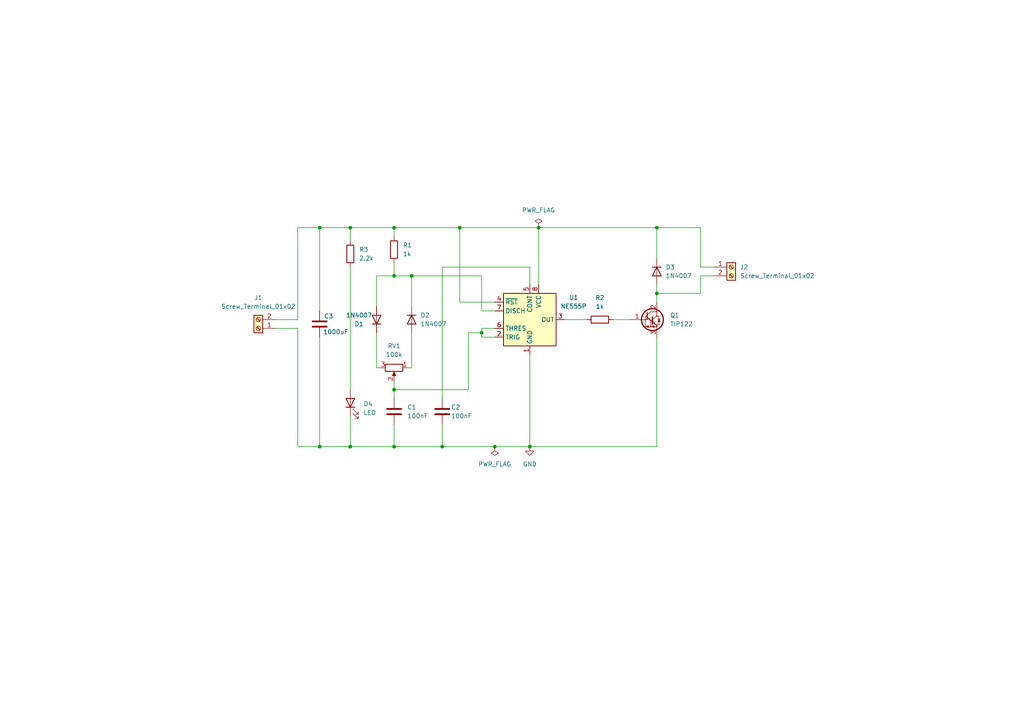
<source format=kicad_sch>
(kicad_sch
	(version 20250114)
	(generator "eeschema")
	(generator_version "9.0")
	(uuid "2f101457-84b2-48bf-a812-d741f3bc4629")
	(paper "A4")
	(title_block
		(title "DC Motor Speed Controller")
		(date "2025-03-24")
	)
	(lib_symbols
		(symbol "Connector:Screw_Terminal_01x02"
			(pin_names
				(offset 1.016)
				(hide yes)
			)
			(exclude_from_sim no)
			(in_bom yes)
			(on_board yes)
			(property "Reference" "J"
				(at 0 2.54 0)
				(effects
					(font
						(size 1.27 1.27)
					)
				)
			)
			(property "Value" "Screw_Terminal_01x02"
				(at 0 -5.08 0)
				(effects
					(font
						(size 1.27 1.27)
					)
				)
			)
			(property "Footprint" ""
				(at 0 0 0)
				(effects
					(font
						(size 1.27 1.27)
					)
					(hide yes)
				)
			)
			(property "Datasheet" "~"
				(at 0 0 0)
				(effects
					(font
						(size 1.27 1.27)
					)
					(hide yes)
				)
			)
			(property "Description" "Generic screw terminal, single row, 01x02, script generated (kicad-library-utils/schlib/autogen/connector/)"
				(at 0 0 0)
				(effects
					(font
						(size 1.27 1.27)
					)
					(hide yes)
				)
			)
			(property "ki_keywords" "screw terminal"
				(at 0 0 0)
				(effects
					(font
						(size 1.27 1.27)
					)
					(hide yes)
				)
			)
			(property "ki_fp_filters" "TerminalBlock*:*"
				(at 0 0 0)
				(effects
					(font
						(size 1.27 1.27)
					)
					(hide yes)
				)
			)
			(symbol "Screw_Terminal_01x02_1_1"
				(rectangle
					(start -1.27 1.27)
					(end 1.27 -3.81)
					(stroke
						(width 0.254)
						(type default)
					)
					(fill
						(type background)
					)
				)
				(polyline
					(pts
						(xy -0.5334 0.3302) (xy 0.3302 -0.508)
					)
					(stroke
						(width 0.1524)
						(type default)
					)
					(fill
						(type none)
					)
				)
				(polyline
					(pts
						(xy -0.5334 -2.2098) (xy 0.3302 -3.048)
					)
					(stroke
						(width 0.1524)
						(type default)
					)
					(fill
						(type none)
					)
				)
				(polyline
					(pts
						(xy -0.3556 0.508) (xy 0.508 -0.3302)
					)
					(stroke
						(width 0.1524)
						(type default)
					)
					(fill
						(type none)
					)
				)
				(polyline
					(pts
						(xy -0.3556 -2.032) (xy 0.508 -2.8702)
					)
					(stroke
						(width 0.1524)
						(type default)
					)
					(fill
						(type none)
					)
				)
				(circle
					(center 0 0)
					(radius 0.635)
					(stroke
						(width 0.1524)
						(type default)
					)
					(fill
						(type none)
					)
				)
				(circle
					(center 0 -2.54)
					(radius 0.635)
					(stroke
						(width 0.1524)
						(type default)
					)
					(fill
						(type none)
					)
				)
				(pin passive line
					(at -5.08 0 0)
					(length 3.81)
					(name "Pin_1"
						(effects
							(font
								(size 1.27 1.27)
							)
						)
					)
					(number "1"
						(effects
							(font
								(size 1.27 1.27)
							)
						)
					)
				)
				(pin passive line
					(at -5.08 -2.54 0)
					(length 3.81)
					(name "Pin_2"
						(effects
							(font
								(size 1.27 1.27)
							)
						)
					)
					(number "2"
						(effects
							(font
								(size 1.27 1.27)
							)
						)
					)
				)
			)
			(embedded_fonts no)
		)
		(symbol "Device:C"
			(pin_numbers
				(hide yes)
			)
			(pin_names
				(offset 0.254)
			)
			(exclude_from_sim no)
			(in_bom yes)
			(on_board yes)
			(property "Reference" "C"
				(at 0.635 2.54 0)
				(effects
					(font
						(size 1.27 1.27)
					)
					(justify left)
				)
			)
			(property "Value" "C"
				(at 0.635 -2.54 0)
				(effects
					(font
						(size 1.27 1.27)
					)
					(justify left)
				)
			)
			(property "Footprint" ""
				(at 0.9652 -3.81 0)
				(effects
					(font
						(size 1.27 1.27)
					)
					(hide yes)
				)
			)
			(property "Datasheet" "~"
				(at 0 0 0)
				(effects
					(font
						(size 1.27 1.27)
					)
					(hide yes)
				)
			)
			(property "Description" "Unpolarized capacitor"
				(at 0 0 0)
				(effects
					(font
						(size 1.27 1.27)
					)
					(hide yes)
				)
			)
			(property "ki_keywords" "cap capacitor"
				(at 0 0 0)
				(effects
					(font
						(size 1.27 1.27)
					)
					(hide yes)
				)
			)
			(property "ki_fp_filters" "C_*"
				(at 0 0 0)
				(effects
					(font
						(size 1.27 1.27)
					)
					(hide yes)
				)
			)
			(symbol "C_0_1"
				(polyline
					(pts
						(xy -2.032 0.762) (xy 2.032 0.762)
					)
					(stroke
						(width 0.508)
						(type default)
					)
					(fill
						(type none)
					)
				)
				(polyline
					(pts
						(xy -2.032 -0.762) (xy 2.032 -0.762)
					)
					(stroke
						(width 0.508)
						(type default)
					)
					(fill
						(type none)
					)
				)
			)
			(symbol "C_1_1"
				(pin passive line
					(at 0 3.81 270)
					(length 2.794)
					(name "~"
						(effects
							(font
								(size 1.27 1.27)
							)
						)
					)
					(number "1"
						(effects
							(font
								(size 1.27 1.27)
							)
						)
					)
				)
				(pin passive line
					(at 0 -3.81 90)
					(length 2.794)
					(name "~"
						(effects
							(font
								(size 1.27 1.27)
							)
						)
					)
					(number "2"
						(effects
							(font
								(size 1.27 1.27)
							)
						)
					)
				)
			)
			(embedded_fonts no)
		)
		(symbol "Device:LED"
			(pin_numbers
				(hide yes)
			)
			(pin_names
				(offset 1.016)
				(hide yes)
			)
			(exclude_from_sim no)
			(in_bom yes)
			(on_board yes)
			(property "Reference" "D"
				(at 0 2.54 0)
				(effects
					(font
						(size 1.27 1.27)
					)
				)
			)
			(property "Value" "LED"
				(at 0 -2.54 0)
				(effects
					(font
						(size 1.27 1.27)
					)
				)
			)
			(property "Footprint" ""
				(at 0 0 0)
				(effects
					(font
						(size 1.27 1.27)
					)
					(hide yes)
				)
			)
			(property "Datasheet" "~"
				(at 0 0 0)
				(effects
					(font
						(size 1.27 1.27)
					)
					(hide yes)
				)
			)
			(property "Description" "Light emitting diode"
				(at 0 0 0)
				(effects
					(font
						(size 1.27 1.27)
					)
					(hide yes)
				)
			)
			(property "Sim.Pins" "1=K 2=A"
				(at 0 0 0)
				(effects
					(font
						(size 1.27 1.27)
					)
					(hide yes)
				)
			)
			(property "ki_keywords" "LED diode"
				(at 0 0 0)
				(effects
					(font
						(size 1.27 1.27)
					)
					(hide yes)
				)
			)
			(property "ki_fp_filters" "LED* LED_SMD:* LED_THT:*"
				(at 0 0 0)
				(effects
					(font
						(size 1.27 1.27)
					)
					(hide yes)
				)
			)
			(symbol "LED_0_1"
				(polyline
					(pts
						(xy -3.048 -0.762) (xy -4.572 -2.286) (xy -3.81 -2.286) (xy -4.572 -2.286) (xy -4.572 -1.524)
					)
					(stroke
						(width 0)
						(type default)
					)
					(fill
						(type none)
					)
				)
				(polyline
					(pts
						(xy -1.778 -0.762) (xy -3.302 -2.286) (xy -2.54 -2.286) (xy -3.302 -2.286) (xy -3.302 -1.524)
					)
					(stroke
						(width 0)
						(type default)
					)
					(fill
						(type none)
					)
				)
				(polyline
					(pts
						(xy -1.27 0) (xy 1.27 0)
					)
					(stroke
						(width 0)
						(type default)
					)
					(fill
						(type none)
					)
				)
				(polyline
					(pts
						(xy -1.27 -1.27) (xy -1.27 1.27)
					)
					(stroke
						(width 0.254)
						(type default)
					)
					(fill
						(type none)
					)
				)
				(polyline
					(pts
						(xy 1.27 -1.27) (xy 1.27 1.27) (xy -1.27 0) (xy 1.27 -1.27)
					)
					(stroke
						(width 0.254)
						(type default)
					)
					(fill
						(type none)
					)
				)
			)
			(symbol "LED_1_1"
				(pin passive line
					(at -3.81 0 0)
					(length 2.54)
					(name "K"
						(effects
							(font
								(size 1.27 1.27)
							)
						)
					)
					(number "1"
						(effects
							(font
								(size 1.27 1.27)
							)
						)
					)
				)
				(pin passive line
					(at 3.81 0 180)
					(length 2.54)
					(name "A"
						(effects
							(font
								(size 1.27 1.27)
							)
						)
					)
					(number "2"
						(effects
							(font
								(size 1.27 1.27)
							)
						)
					)
				)
			)
			(embedded_fonts no)
		)
		(symbol "Device:R"
			(pin_numbers
				(hide yes)
			)
			(pin_names
				(offset 0)
			)
			(exclude_from_sim no)
			(in_bom yes)
			(on_board yes)
			(property "Reference" "R"
				(at 2.032 0 90)
				(effects
					(font
						(size 1.27 1.27)
					)
				)
			)
			(property "Value" "R"
				(at 0 0 90)
				(effects
					(font
						(size 1.27 1.27)
					)
				)
			)
			(property "Footprint" ""
				(at -1.778 0 90)
				(effects
					(font
						(size 1.27 1.27)
					)
					(hide yes)
				)
			)
			(property "Datasheet" "~"
				(at 0 0 0)
				(effects
					(font
						(size 1.27 1.27)
					)
					(hide yes)
				)
			)
			(property "Description" "Resistor"
				(at 0 0 0)
				(effects
					(font
						(size 1.27 1.27)
					)
					(hide yes)
				)
			)
			(property "ki_keywords" "R res resistor"
				(at 0 0 0)
				(effects
					(font
						(size 1.27 1.27)
					)
					(hide yes)
				)
			)
			(property "ki_fp_filters" "R_*"
				(at 0 0 0)
				(effects
					(font
						(size 1.27 1.27)
					)
					(hide yes)
				)
			)
			(symbol "R_0_1"
				(rectangle
					(start -1.016 -2.54)
					(end 1.016 2.54)
					(stroke
						(width 0.254)
						(type default)
					)
					(fill
						(type none)
					)
				)
			)
			(symbol "R_1_1"
				(pin passive line
					(at 0 3.81 270)
					(length 1.27)
					(name "~"
						(effects
							(font
								(size 1.27 1.27)
							)
						)
					)
					(number "1"
						(effects
							(font
								(size 1.27 1.27)
							)
						)
					)
				)
				(pin passive line
					(at 0 -3.81 90)
					(length 1.27)
					(name "~"
						(effects
							(font
								(size 1.27 1.27)
							)
						)
					)
					(number "2"
						(effects
							(font
								(size 1.27 1.27)
							)
						)
					)
				)
			)
			(embedded_fonts no)
		)
		(symbol "Device:R_Potentiometer"
			(pin_names
				(offset 1.016)
				(hide yes)
			)
			(exclude_from_sim no)
			(in_bom yes)
			(on_board yes)
			(property "Reference" "RV"
				(at -4.445 0 90)
				(effects
					(font
						(size 1.27 1.27)
					)
				)
			)
			(property "Value" "R_Potentiometer"
				(at -2.54 0 90)
				(effects
					(font
						(size 1.27 1.27)
					)
				)
			)
			(property "Footprint" ""
				(at 0 0 0)
				(effects
					(font
						(size 1.27 1.27)
					)
					(hide yes)
				)
			)
			(property "Datasheet" "~"
				(at 0 0 0)
				(effects
					(font
						(size 1.27 1.27)
					)
					(hide yes)
				)
			)
			(property "Description" "Potentiometer"
				(at 0 0 0)
				(effects
					(font
						(size 1.27 1.27)
					)
					(hide yes)
				)
			)
			(property "ki_keywords" "resistor variable"
				(at 0 0 0)
				(effects
					(font
						(size 1.27 1.27)
					)
					(hide yes)
				)
			)
			(property "ki_fp_filters" "Potentiometer*"
				(at 0 0 0)
				(effects
					(font
						(size 1.27 1.27)
					)
					(hide yes)
				)
			)
			(symbol "R_Potentiometer_0_1"
				(rectangle
					(start 1.016 2.54)
					(end -1.016 -2.54)
					(stroke
						(width 0.254)
						(type default)
					)
					(fill
						(type none)
					)
				)
				(polyline
					(pts
						(xy 1.143 0) (xy 2.286 0.508) (xy 2.286 -0.508) (xy 1.143 0)
					)
					(stroke
						(width 0)
						(type default)
					)
					(fill
						(type outline)
					)
				)
				(polyline
					(pts
						(xy 2.54 0) (xy 1.524 0)
					)
					(stroke
						(width 0)
						(type default)
					)
					(fill
						(type none)
					)
				)
			)
			(symbol "R_Potentiometer_1_1"
				(pin passive line
					(at 0 3.81 270)
					(length 1.27)
					(name "1"
						(effects
							(font
								(size 1.27 1.27)
							)
						)
					)
					(number "1"
						(effects
							(font
								(size 1.27 1.27)
							)
						)
					)
				)
				(pin passive line
					(at 0 -3.81 90)
					(length 1.27)
					(name "3"
						(effects
							(font
								(size 1.27 1.27)
							)
						)
					)
					(number "3"
						(effects
							(font
								(size 1.27 1.27)
							)
						)
					)
				)
				(pin passive line
					(at 3.81 0 180)
					(length 1.27)
					(name "2"
						(effects
							(font
								(size 1.27 1.27)
							)
						)
					)
					(number "2"
						(effects
							(font
								(size 1.27 1.27)
							)
						)
					)
				)
			)
			(embedded_fonts no)
		)
		(symbol "Diode:1N4007"
			(pin_numbers
				(hide yes)
			)
			(pin_names
				(hide yes)
			)
			(exclude_from_sim no)
			(in_bom yes)
			(on_board yes)
			(property "Reference" "D"
				(at 0 2.54 0)
				(effects
					(font
						(size 1.27 1.27)
					)
				)
			)
			(property "Value" "1N4007"
				(at 0 -2.54 0)
				(effects
					(font
						(size 1.27 1.27)
					)
				)
			)
			(property "Footprint" "Diode_THT:D_DO-41_SOD81_P10.16mm_Horizontal"
				(at 0 -4.445 0)
				(effects
					(font
						(size 1.27 1.27)
					)
					(hide yes)
				)
			)
			(property "Datasheet" "http://www.vishay.com/docs/88503/1n4001.pdf"
				(at 0 0 0)
				(effects
					(font
						(size 1.27 1.27)
					)
					(hide yes)
				)
			)
			(property "Description" "1000V 1A General Purpose Rectifier Diode, DO-41"
				(at 0 0 0)
				(effects
					(font
						(size 1.27 1.27)
					)
					(hide yes)
				)
			)
			(property "Sim.Device" "D"
				(at 0 0 0)
				(effects
					(font
						(size 1.27 1.27)
					)
					(hide yes)
				)
			)
			(property "Sim.Pins" "1=K 2=A"
				(at 0 0 0)
				(effects
					(font
						(size 1.27 1.27)
					)
					(hide yes)
				)
			)
			(property "ki_keywords" "diode"
				(at 0 0 0)
				(effects
					(font
						(size 1.27 1.27)
					)
					(hide yes)
				)
			)
			(property "ki_fp_filters" "D*DO?41*"
				(at 0 0 0)
				(effects
					(font
						(size 1.27 1.27)
					)
					(hide yes)
				)
			)
			(symbol "1N4007_0_1"
				(polyline
					(pts
						(xy -1.27 1.27) (xy -1.27 -1.27)
					)
					(stroke
						(width 0.254)
						(type default)
					)
					(fill
						(type none)
					)
				)
				(polyline
					(pts
						(xy 1.27 1.27) (xy 1.27 -1.27) (xy -1.27 0) (xy 1.27 1.27)
					)
					(stroke
						(width 0.254)
						(type default)
					)
					(fill
						(type none)
					)
				)
				(polyline
					(pts
						(xy 1.27 0) (xy -1.27 0)
					)
					(stroke
						(width 0)
						(type default)
					)
					(fill
						(type none)
					)
				)
			)
			(symbol "1N4007_1_1"
				(pin passive line
					(at -3.81 0 0)
					(length 2.54)
					(name "K"
						(effects
							(font
								(size 1.27 1.27)
							)
						)
					)
					(number "1"
						(effects
							(font
								(size 1.27 1.27)
							)
						)
					)
				)
				(pin passive line
					(at 3.81 0 180)
					(length 2.54)
					(name "A"
						(effects
							(font
								(size 1.27 1.27)
							)
						)
					)
					(number "2"
						(effects
							(font
								(size 1.27 1.27)
							)
						)
					)
				)
			)
			(embedded_fonts no)
		)
		(symbol "Timer:NE555P"
			(exclude_from_sim no)
			(in_bom yes)
			(on_board yes)
			(property "Reference" "U"
				(at -10.16 8.89 0)
				(effects
					(font
						(size 1.27 1.27)
					)
					(justify left)
				)
			)
			(property "Value" "NE555P"
				(at 2.54 8.89 0)
				(effects
					(font
						(size 1.27 1.27)
					)
					(justify left)
				)
			)
			(property "Footprint" "Package_DIP:DIP-8_W7.62mm"
				(at 0 -24.13 0)
				(effects
					(font
						(size 1.27 1.27)
					)
					(hide yes)
				)
			)
			(property "Datasheet" "http://www.ti.com/lit/ds/symlink/ne555.pdf"
				(at 0 -26.67 0)
				(effects
					(font
						(size 1.27 1.27)
					)
					(hide yes)
				)
			)
			(property "Description" "Precision Timers, 555 compatible, PDIP-8"
				(at 0 -21.59 0)
				(effects
					(font
						(size 1.27 1.27)
					)
					(hide yes)
				)
			)
			(property "ki_keywords" "single timer 555"
				(at 0 0 0)
				(effects
					(font
						(size 1.27 1.27)
					)
					(hide yes)
				)
			)
			(property "ki_fp_filters" "DIP*W7.62mm*"
				(at 0 0 0)
				(effects
					(font
						(size 1.27 1.27)
					)
					(hide yes)
				)
			)
			(symbol "NE555P_0_0"
				(pin power_in line
					(at 0 -10.16 90)
					(length 2.54)
					(name "GND"
						(effects
							(font
								(size 1.27 1.27)
							)
						)
					)
					(number "1"
						(effects
							(font
								(size 1.27 1.27)
							)
						)
					)
				)
				(pin power_in line
					(at 2.54 10.16 270)
					(length 2.54)
					(name "VCC"
						(effects
							(font
								(size 1.27 1.27)
							)
						)
					)
					(number "8"
						(effects
							(font
								(size 1.27 1.27)
							)
						)
					)
				)
			)
			(symbol "NE555P_0_1"
				(rectangle
					(start -7.62 7.62)
					(end 7.62 -7.62)
					(stroke
						(width 0.254)
						(type default)
					)
					(fill
						(type background)
					)
				)
			)
			(symbol "NE555P_1_1"
				(pin input line
					(at -10.16 5.08 0)
					(length 2.54)
					(name "~{RST}"
						(effects
							(font
								(size 1.27 1.27)
							)
						)
					)
					(number "4"
						(effects
							(font
								(size 1.27 1.27)
							)
						)
					)
				)
				(pin input line
					(at -10.16 2.54 0)
					(length 2.54)
					(name "DISCH"
						(effects
							(font
								(size 1.27 1.27)
							)
						)
					)
					(number "7"
						(effects
							(font
								(size 1.27 1.27)
							)
						)
					)
				)
				(pin input line
					(at -10.16 -2.54 0)
					(length 2.54)
					(name "THRES"
						(effects
							(font
								(size 1.27 1.27)
							)
						)
					)
					(number "6"
						(effects
							(font
								(size 1.27 1.27)
							)
						)
					)
				)
				(pin input line
					(at -10.16 -5.08 0)
					(length 2.54)
					(name "TRIG"
						(effects
							(font
								(size 1.27 1.27)
							)
						)
					)
					(number "2"
						(effects
							(font
								(size 1.27 1.27)
							)
						)
					)
				)
				(pin open_collector line
					(at 0 10.16 270)
					(length 2.54)
					(name "CONT"
						(effects
							(font
								(size 1.27 1.27)
							)
						)
					)
					(number "5"
						(effects
							(font
								(size 1.27 1.27)
							)
						)
					)
				)
				(pin output line
					(at 10.16 0 180)
					(length 2.54)
					(name "OUT"
						(effects
							(font
								(size 1.27 1.27)
							)
						)
					)
					(number "3"
						(effects
							(font
								(size 1.27 1.27)
							)
						)
					)
				)
			)
			(embedded_fonts no)
		)
		(symbol "Transistor_BJT:TIP122"
			(pin_names
				(offset 0)
				(hide yes)
			)
			(exclude_from_sim no)
			(in_bom yes)
			(on_board yes)
			(property "Reference" "Q"
				(at 5.08 1.905 0)
				(effects
					(font
						(size 1.27 1.27)
					)
					(justify left)
				)
			)
			(property "Value" "TIP122"
				(at 5.08 0 0)
				(effects
					(font
						(size 1.27 1.27)
					)
					(justify left)
				)
			)
			(property "Footprint" "Package_TO_SOT_THT:TO-220-3_Vertical"
				(at 5.08 -1.905 0)
				(effects
					(font
						(size 1.27 1.27)
						(italic yes)
					)
					(justify left)
					(hide yes)
				)
			)
			(property "Datasheet" "https://www.onsemi.com/pub/Collateral/TIP120-D.PDF"
				(at 0 0 0)
				(effects
					(font
						(size 1.27 1.27)
					)
					(justify left)
					(hide yes)
				)
			)
			(property "Description" "5A Ic, 100V Vce, Silicon Darlington Power NPN Transistor, TO-220"
				(at 0 0 0)
				(effects
					(font
						(size 1.27 1.27)
					)
					(hide yes)
				)
			)
			(property "ki_keywords" "Darlington Power NPN Transistor"
				(at 0 0 0)
				(effects
					(font
						(size 1.27 1.27)
					)
					(hide yes)
				)
			)
			(property "ki_fp_filters" "TO?220*"
				(at 0 0 0)
				(effects
					(font
						(size 1.27 1.27)
					)
					(hide yes)
				)
			)
			(symbol "TIP122_0_1"
				(polyline
					(pts
						(xy -1.27 0) (xy -0.889 0)
					)
					(stroke
						(width 0)
						(type default)
					)
					(fill
						(type none)
					)
				)
				(circle
					(center -0.762 0)
					(radius 0.127)
					(stroke
						(width 0)
						(type default)
					)
					(fill
						(type none)
					)
				)
				(polyline
					(pts
						(xy -0.254 2.032) (xy -0.254 0) (xy -0.254 0)
					)
					(stroke
						(width 0.3048)
						(type default)
					)
					(fill
						(type none)
					)
				)
				(polyline
					(pts
						(xy -0.254 1.27) (xy 0.762 2.286) (xy 2.54 2.286)
					)
					(stroke
						(width 0)
						(type default)
					)
					(fill
						(type none)
					)
				)
				(polyline
					(pts
						(xy -0.254 1.016) (xy -0.762 1.016) (xy -0.762 -2.032)
					)
					(stroke
						(width 0)
						(type default)
					)
					(fill
						(type none)
					)
				)
				(polyline
					(pts
						(xy -0.254 0.762) (xy 0.762 -0.254) (xy 1.27 -0.254)
					)
					(stroke
						(width 0)
						(type default)
					)
					(fill
						(type none)
					)
				)
				(polyline
					(pts
						(xy 0.635 -0.127) (xy 0.381 0.381) (xy 0.127 0.127) (xy 0.635 -0.127)
					)
					(stroke
						(width 0)
						(type default)
					)
					(fill
						(type none)
					)
				)
				(polyline
					(pts
						(xy 0.762 -0.254) (xy 0.762 -2.032) (xy 1.143 -2.032) (xy 1.27 -1.778) (xy 1.397 -2.286) (xy 1.524 -1.778)
						(xy 1.651 -2.286) (xy 1.778 -1.778) (xy 1.905 -2.286) (xy 2.032 -2.032) (xy 2.54 -2.032)
					)
					(stroke
						(width 0)
						(type default)
					)
					(fill
						(type none)
					)
				)
				(circle
					(center 0.762 -0.254)
					(radius 0.127)
					(stroke
						(width 0)
						(type default)
					)
					(fill
						(type none)
					)
				)
				(polyline
					(pts
						(xy 0.762 -2.032) (xy 0.381 -2.032) (xy 0.254 -2.286) (xy 0.127 -1.778) (xy 0 -2.286) (xy -0.127 -1.778)
						(xy -0.254 -2.286) (xy -0.381 -1.778) (xy -0.508 -2.032) (xy -0.762 -2.032)
					)
					(stroke
						(width 0)
						(type default)
					)
					(fill
						(type none)
					)
				)
				(circle
					(center 0.762 -2.032)
					(radius 0.127)
					(stroke
						(width 0)
						(type default)
					)
					(fill
						(type none)
					)
				)
				(polyline
					(pts
						(xy 1.27 0.762) (xy 1.27 -1.27) (xy 1.27 -1.27)
					)
					(stroke
						(width 0.381)
						(type default)
					)
					(fill
						(type none)
					)
				)
				(polyline
					(pts
						(xy 1.27 0) (xy 2.286 1.016) (xy 2.54 1.016) (xy 2.54 2.286)
					)
					(stroke
						(width 0)
						(type default)
					)
					(fill
						(type none)
					)
				)
				(circle
					(center 1.27 0)
					(radius 3.175)
					(stroke
						(width 0.3556)
						(type default)
					)
					(fill
						(type none)
					)
				)
				(polyline
					(pts
						(xy 1.27 -0.508) (xy 2.286 -1.524) (xy 2.54 -1.524) (xy 2.54 -2.032)
					)
					(stroke
						(width 0)
						(type default)
					)
					(fill
						(type none)
					)
				)
				(polyline
					(pts
						(xy 2.159 -1.397) (xy 1.905 -0.889) (xy 1.651 -1.143) (xy 2.159 -1.397)
					)
					(stroke
						(width 0)
						(type default)
					)
					(fill
						(type none)
					)
				)
				(circle
					(center 2.54 2.286)
					(radius 0.127)
					(stroke
						(width 0)
						(type default)
					)
					(fill
						(type none)
					)
				)
				(circle
					(center 2.54 1.016)
					(radius 0.127)
					(stroke
						(width 0)
						(type default)
					)
					(fill
						(type none)
					)
				)
				(polyline
					(pts
						(xy 2.54 -1.524) (xy 3.175 -1.524)
					)
					(stroke
						(width 0)
						(type default)
					)
					(fill
						(type none)
					)
				)
				(circle
					(center 2.54 -1.524)
					(radius 0.127)
					(stroke
						(width 0)
						(type default)
					)
					(fill
						(type none)
					)
				)
				(polyline
					(pts
						(xy 2.54 -2.032) (xy 2.54 -2.54)
					)
					(stroke
						(width 0)
						(type default)
					)
					(fill
						(type none)
					)
				)
				(circle
					(center 2.54 -2.032)
					(radius 0.127)
					(stroke
						(width 0)
						(type default)
					)
					(fill
						(type none)
					)
				)
				(polyline
					(pts
						(xy 2.794 0.127) (xy 3.556 0.127)
					)
					(stroke
						(width 0)
						(type default)
					)
					(fill
						(type none)
					)
				)
				(polyline
					(pts
						(xy 3.175 1.016) (xy 2.54 1.016)
					)
					(stroke
						(width 0)
						(type default)
					)
					(fill
						(type none)
					)
				)
				(polyline
					(pts
						(xy 3.175 1.016) (xy 3.175 0.127)
					)
					(stroke
						(width 0)
						(type default)
					)
					(fill
						(type none)
					)
				)
				(polyline
					(pts
						(xy 3.175 0.127) (xy 2.794 -0.635) (xy 3.556 -0.635) (xy 3.175 0.127)
					)
					(stroke
						(width 0)
						(type default)
					)
					(fill
						(type outline)
					)
				)
				(polyline
					(pts
						(xy 3.175 -0.635) (xy 3.175 -1.524)
					)
					(stroke
						(width 0)
						(type default)
					)
					(fill
						(type none)
					)
				)
			)
			(symbol "TIP122_1_1"
				(pin input line
					(at -5.08 0 0)
					(length 3.81)
					(name "B"
						(effects
							(font
								(size 1.27 1.27)
							)
						)
					)
					(number "1"
						(effects
							(font
								(size 1.27 1.27)
							)
						)
					)
				)
				(pin passive line
					(at 2.54 5.08 270)
					(length 2.667)
					(name "C"
						(effects
							(font
								(size 1.27 1.27)
							)
						)
					)
					(number "2"
						(effects
							(font
								(size 1.27 1.27)
							)
						)
					)
				)
				(pin passive line
					(at 2.54 -5.08 90)
					(length 2.54)
					(name "E"
						(effects
							(font
								(size 1.27 1.27)
							)
						)
					)
					(number "3"
						(effects
							(font
								(size 1.27 1.27)
							)
						)
					)
				)
			)
			(embedded_fonts no)
		)
		(symbol "power:GND"
			(power)
			(pin_numbers
				(hide yes)
			)
			(pin_names
				(offset 0)
				(hide yes)
			)
			(exclude_from_sim no)
			(in_bom yes)
			(on_board yes)
			(property "Reference" "#PWR"
				(at 0 -6.35 0)
				(effects
					(font
						(size 1.27 1.27)
					)
					(hide yes)
				)
			)
			(property "Value" "GND"
				(at 0 -3.81 0)
				(effects
					(font
						(size 1.27 1.27)
					)
				)
			)
			(property "Footprint" ""
				(at 0 0 0)
				(effects
					(font
						(size 1.27 1.27)
					)
					(hide yes)
				)
			)
			(property "Datasheet" ""
				(at 0 0 0)
				(effects
					(font
						(size 1.27 1.27)
					)
					(hide yes)
				)
			)
			(property "Description" "Power symbol creates a global label with name \"GND\" , ground"
				(at 0 0 0)
				(effects
					(font
						(size 1.27 1.27)
					)
					(hide yes)
				)
			)
			(property "ki_keywords" "global power"
				(at 0 0 0)
				(effects
					(font
						(size 1.27 1.27)
					)
					(hide yes)
				)
			)
			(symbol "GND_0_1"
				(polyline
					(pts
						(xy 0 0) (xy 0 -1.27) (xy 1.27 -1.27) (xy 0 -2.54) (xy -1.27 -1.27) (xy 0 -1.27)
					)
					(stroke
						(width 0)
						(type default)
					)
					(fill
						(type none)
					)
				)
			)
			(symbol "GND_1_1"
				(pin power_in line
					(at 0 0 270)
					(length 0)
					(name "~"
						(effects
							(font
								(size 1.27 1.27)
							)
						)
					)
					(number "1"
						(effects
							(font
								(size 1.27 1.27)
							)
						)
					)
				)
			)
			(embedded_fonts no)
		)
		(symbol "power:PWR_FLAG"
			(power)
			(pin_numbers
				(hide yes)
			)
			(pin_names
				(offset 0)
				(hide yes)
			)
			(exclude_from_sim no)
			(in_bom yes)
			(on_board yes)
			(property "Reference" "#FLG"
				(at 0 1.905 0)
				(effects
					(font
						(size 1.27 1.27)
					)
					(hide yes)
				)
			)
			(property "Value" "PWR_FLAG"
				(at 0 3.81 0)
				(effects
					(font
						(size 1.27 1.27)
					)
				)
			)
			(property "Footprint" ""
				(at 0 0 0)
				(effects
					(font
						(size 1.27 1.27)
					)
					(hide yes)
				)
			)
			(property "Datasheet" "~"
				(at 0 0 0)
				(effects
					(font
						(size 1.27 1.27)
					)
					(hide yes)
				)
			)
			(property "Description" "Special symbol for telling ERC where power comes from"
				(at 0 0 0)
				(effects
					(font
						(size 1.27 1.27)
					)
					(hide yes)
				)
			)
			(property "ki_keywords" "flag power"
				(at 0 0 0)
				(effects
					(font
						(size 1.27 1.27)
					)
					(hide yes)
				)
			)
			(symbol "PWR_FLAG_0_0"
				(pin power_out line
					(at 0 0 90)
					(length 0)
					(name "~"
						(effects
							(font
								(size 1.27 1.27)
							)
						)
					)
					(number "1"
						(effects
							(font
								(size 1.27 1.27)
							)
						)
					)
				)
			)
			(symbol "PWR_FLAG_0_1"
				(polyline
					(pts
						(xy 0 0) (xy 0 1.27) (xy -1.016 1.905) (xy 0 2.54) (xy 1.016 1.905) (xy 0 1.27)
					)
					(stroke
						(width 0)
						(type default)
					)
					(fill
						(type none)
					)
				)
			)
			(embedded_fonts no)
		)
	)
	(junction
		(at 190.5 66.04)
		(diameter 0)
		(color 0 0 0 0)
		(uuid "180bc7df-fd8d-424d-8b82-d99eac282267")
	)
	(junction
		(at 156.21 66.04)
		(diameter 0)
		(color 0 0 0 0)
		(uuid "1b0155b6-9f70-47f5-a97f-b1f6dd9d062a")
	)
	(junction
		(at 139.7 96.52)
		(diameter 0)
		(color 0 0 0 0)
		(uuid "1e8a9cc9-8f43-424c-bcc7-aa764845267a")
	)
	(junction
		(at 101.6 129.54)
		(diameter 0)
		(color 0 0 0 0)
		(uuid "2b504675-52c6-43ec-b085-f996c523d2e8")
	)
	(junction
		(at 114.3 66.04)
		(diameter 0)
		(color 0 0 0 0)
		(uuid "2e250625-e863-4d37-bde0-1f380f23bfb7")
	)
	(junction
		(at 101.6 66.04)
		(diameter 0)
		(color 0 0 0 0)
		(uuid "3298e65c-e96b-4891-826b-d2441b7f454f")
	)
	(junction
		(at 133.35 66.04)
		(diameter 0)
		(color 0 0 0 0)
		(uuid "3533aea8-09a9-4475-97a7-a803dd92cc45")
	)
	(junction
		(at 92.71 66.04)
		(diameter 0)
		(color 0 0 0 0)
		(uuid "408117e9-ad73-446b-9697-e2d725ed66c1")
	)
	(junction
		(at 114.3 113.03)
		(diameter 0)
		(color 0 0 0 0)
		(uuid "40b37d1e-686a-403f-95d6-27c13db62bfa")
	)
	(junction
		(at 114.3 129.54)
		(diameter 0)
		(color 0 0 0 0)
		(uuid "61357f3a-6974-4aaa-9d33-a032a08eb236")
	)
	(junction
		(at 119.38 80.01)
		(diameter 0)
		(color 0 0 0 0)
		(uuid "6614a346-bfbe-4151-b39f-70a340dab470")
	)
	(junction
		(at 128.27 129.54)
		(diameter 0)
		(color 0 0 0 0)
		(uuid "911d4af4-019b-4d0e-a4ff-0067c80fdf65")
	)
	(junction
		(at 153.67 129.54)
		(diameter 0)
		(color 0 0 0 0)
		(uuid "cbe9547b-ea6d-43a2-8833-cf2d0ea7c3a3")
	)
	(junction
		(at 190.5 85.09)
		(diameter 0)
		(color 0 0 0 0)
		(uuid "d0a71140-34fa-4462-93b9-d4fc7d85a41c")
	)
	(junction
		(at 92.71 129.54)
		(diameter 0)
		(color 0 0 0 0)
		(uuid "de8fc504-fadd-4863-8935-2cf6c607d0a4")
	)
	(junction
		(at 114.3 80.01)
		(diameter 0)
		(color 0 0 0 0)
		(uuid "e7bfc99b-26a1-49dc-8410-e8655b862f2c")
	)
	(junction
		(at 143.51 129.54)
		(diameter 0)
		(color 0 0 0 0)
		(uuid "f3e1ceb3-4e10-46ad-80b7-7fe19ce9b93c")
	)
	(wire
		(pts
			(xy 143.51 95.25) (xy 139.7 95.25)
		)
		(stroke
			(width 0)
			(type default)
		)
		(uuid "01c8a011-acc1-488a-ada9-290b1c0ca2c1")
	)
	(wire
		(pts
			(xy 153.67 82.55) (xy 153.67 77.47)
		)
		(stroke
			(width 0)
			(type default)
		)
		(uuid "05151fda-e353-4cb4-bfde-6af7103d0df9")
	)
	(wire
		(pts
			(xy 128.27 123.19) (xy 128.27 129.54)
		)
		(stroke
			(width 0)
			(type default)
		)
		(uuid "0a325714-0d95-4fc4-b9e8-36e7ff535916")
	)
	(wire
		(pts
			(xy 143.51 90.17) (xy 139.7 90.17)
		)
		(stroke
			(width 0)
			(type default)
		)
		(uuid "1726a781-1a13-4988-b3cc-4a56e726100c")
	)
	(wire
		(pts
			(xy 101.6 120.65) (xy 101.6 129.54)
		)
		(stroke
			(width 0)
			(type default)
		)
		(uuid "1778239f-e08e-41fc-9ea1-59018b25ae2a")
	)
	(wire
		(pts
			(xy 109.22 80.01) (xy 109.22 88.9)
		)
		(stroke
			(width 0)
			(type default)
		)
		(uuid "1795df48-040b-4b10-9e95-0bb14385a7f4")
	)
	(wire
		(pts
			(xy 128.27 77.47) (xy 128.27 115.57)
		)
		(stroke
			(width 0)
			(type default)
		)
		(uuid "183d1a95-0732-4ef3-9b00-ce684d665006")
	)
	(wire
		(pts
			(xy 190.5 66.04) (xy 190.5 74.93)
		)
		(stroke
			(width 0)
			(type default)
		)
		(uuid "19a73891-bb05-4648-a7bb-2157f55641f6")
	)
	(wire
		(pts
			(xy 190.5 97.79) (xy 190.5 129.54)
		)
		(stroke
			(width 0)
			(type default)
		)
		(uuid "1b326a6a-03cb-44d0-8d24-013182d75900")
	)
	(wire
		(pts
			(xy 139.7 97.79) (xy 143.51 97.79)
		)
		(stroke
			(width 0)
			(type default)
		)
		(uuid "1e718442-2327-401a-a02a-1978012516f5")
	)
	(wire
		(pts
			(xy 86.36 95.25) (xy 86.36 129.54)
		)
		(stroke
			(width 0)
			(type default)
		)
		(uuid "206e2f2f-0ad8-4321-a58e-9802a80d1f35")
	)
	(wire
		(pts
			(xy 203.2 85.09) (xy 190.5 85.09)
		)
		(stroke
			(width 0)
			(type default)
		)
		(uuid "24617555-28c7-4478-854f-e2dbf052efb3")
	)
	(wire
		(pts
			(xy 80.01 92.71) (xy 86.36 92.71)
		)
		(stroke
			(width 0)
			(type default)
		)
		(uuid "26af31f9-c9ae-4c37-b551-3f49809cee70")
	)
	(wire
		(pts
			(xy 92.71 129.54) (xy 101.6 129.54)
		)
		(stroke
			(width 0)
			(type default)
		)
		(uuid "2a155493-2998-4bbe-aac6-73b845ad6927")
	)
	(wire
		(pts
			(xy 135.89 96.52) (xy 135.89 113.03)
		)
		(stroke
			(width 0)
			(type default)
		)
		(uuid "2fd00da2-780b-44cb-a2fa-cb98bfaa6e94")
	)
	(wire
		(pts
			(xy 101.6 66.04) (xy 114.3 66.04)
		)
		(stroke
			(width 0)
			(type default)
		)
		(uuid "3093f236-3832-4212-ad52-6100ff70a3f8")
	)
	(wire
		(pts
			(xy 203.2 80.01) (xy 203.2 85.09)
		)
		(stroke
			(width 0)
			(type default)
		)
		(uuid "37d05cc3-880d-4a86-abb2-b65bd8065268")
	)
	(wire
		(pts
			(xy 143.51 87.63) (xy 133.35 87.63)
		)
		(stroke
			(width 0)
			(type default)
		)
		(uuid "3b82ff07-8a44-47a2-a499-770fd2a3b7ab")
	)
	(wire
		(pts
			(xy 163.83 92.71) (xy 170.18 92.71)
		)
		(stroke
			(width 0)
			(type default)
		)
		(uuid "4038b173-17b5-4eed-849d-915be2886800")
	)
	(wire
		(pts
			(xy 119.38 106.68) (xy 119.38 96.52)
		)
		(stroke
			(width 0)
			(type default)
		)
		(uuid "466b4952-879d-43d5-bc80-3865a029f1c6")
	)
	(wire
		(pts
			(xy 139.7 96.52) (xy 139.7 97.79)
		)
		(stroke
			(width 0)
			(type default)
		)
		(uuid "468631c1-ad45-4e85-884e-4837bdc3a145")
	)
	(wire
		(pts
			(xy 114.3 129.54) (xy 114.3 123.19)
		)
		(stroke
			(width 0)
			(type default)
		)
		(uuid "49e03fc0-ec6e-4e74-8563-6867fdeb24bb")
	)
	(wire
		(pts
			(xy 101.6 77.47) (xy 101.6 113.03)
		)
		(stroke
			(width 0)
			(type default)
		)
		(uuid "561a8719-71e6-454d-970b-b77a4c015359")
	)
	(wire
		(pts
			(xy 101.6 66.04) (xy 101.6 69.85)
		)
		(stroke
			(width 0)
			(type default)
		)
		(uuid "5953ed24-88d7-4598-8864-8cbdba76ab52")
	)
	(wire
		(pts
			(xy 156.21 66.04) (xy 190.5 66.04)
		)
		(stroke
			(width 0)
			(type default)
		)
		(uuid "65726a2e-f9a4-4d9c-ae8e-640c7757d48a")
	)
	(wire
		(pts
			(xy 114.3 129.54) (xy 128.27 129.54)
		)
		(stroke
			(width 0)
			(type default)
		)
		(uuid "7075257d-b67a-49c0-bd12-458022bf9885")
	)
	(wire
		(pts
			(xy 190.5 82.55) (xy 190.5 85.09)
		)
		(stroke
			(width 0)
			(type default)
		)
		(uuid "72eb7434-bda1-4630-81ef-01a72f01eef9")
	)
	(wire
		(pts
			(xy 114.3 66.04) (xy 114.3 68.58)
		)
		(stroke
			(width 0)
			(type default)
		)
		(uuid "76383e57-296d-4818-b118-20cedb6812c0")
	)
	(wire
		(pts
			(xy 153.67 77.47) (xy 128.27 77.47)
		)
		(stroke
			(width 0)
			(type default)
		)
		(uuid "7ad992e2-6efd-4706-a61c-3843e6a2da6c")
	)
	(wire
		(pts
			(xy 190.5 66.04) (xy 203.2 66.04)
		)
		(stroke
			(width 0)
			(type default)
		)
		(uuid "7dda5b56-b06d-484e-afa3-b19b5b78ebb9")
	)
	(wire
		(pts
			(xy 143.51 129.54) (xy 153.67 129.54)
		)
		(stroke
			(width 0)
			(type default)
		)
		(uuid "846bd8c7-27bf-40d6-bbf4-97483fb1baf9")
	)
	(wire
		(pts
			(xy 86.36 129.54) (xy 92.71 129.54)
		)
		(stroke
			(width 0)
			(type default)
		)
		(uuid "87866df2-781e-4008-a0b3-9436d90983ff")
	)
	(wire
		(pts
			(xy 203.2 77.47) (xy 207.01 77.47)
		)
		(stroke
			(width 0)
			(type default)
		)
		(uuid "8830d6d8-2ba6-4f9a-ba88-5516be36fde2")
	)
	(wire
		(pts
			(xy 109.22 96.52) (xy 109.22 106.68)
		)
		(stroke
			(width 0)
			(type default)
		)
		(uuid "887dde1c-adf8-4013-9ea8-89d9721a1e54")
	)
	(wire
		(pts
			(xy 133.35 66.04) (xy 156.21 66.04)
		)
		(stroke
			(width 0)
			(type default)
		)
		(uuid "a08447d8-5a87-470c-831a-367e12ac3e51")
	)
	(wire
		(pts
			(xy 80.01 95.25) (xy 86.36 95.25)
		)
		(stroke
			(width 0)
			(type default)
		)
		(uuid "a1610244-533d-491e-b7b4-c9721e0915f5")
	)
	(wire
		(pts
			(xy 86.36 92.71) (xy 86.36 66.04)
		)
		(stroke
			(width 0)
			(type default)
		)
		(uuid "a5e6aa15-9742-4f2d-8d27-ea73171f2e10")
	)
	(wire
		(pts
			(xy 114.3 80.01) (xy 119.38 80.01)
		)
		(stroke
			(width 0)
			(type default)
		)
		(uuid "a924f9b3-4dea-4c06-8d92-32e1c80ad52e")
	)
	(wire
		(pts
			(xy 101.6 129.54) (xy 114.3 129.54)
		)
		(stroke
			(width 0)
			(type default)
		)
		(uuid "aaead314-889b-43c1-b56a-dac1c6ef13d7")
	)
	(wire
		(pts
			(xy 156.21 66.04) (xy 156.21 82.55)
		)
		(stroke
			(width 0)
			(type default)
		)
		(uuid "aeccd16f-5df5-45f2-a0aa-41526a6cd936")
	)
	(wire
		(pts
			(xy 109.22 106.68) (xy 110.49 106.68)
		)
		(stroke
			(width 0)
			(type default)
		)
		(uuid "b203b5a5-cc51-4a84-9eba-5c99e588ff9f")
	)
	(wire
		(pts
			(xy 177.8 92.71) (xy 182.88 92.71)
		)
		(stroke
			(width 0)
			(type default)
		)
		(uuid "b211ef6b-9ef6-4f19-84bc-a6537feec98a")
	)
	(wire
		(pts
			(xy 114.3 110.49) (xy 114.3 113.03)
		)
		(stroke
			(width 0)
			(type default)
		)
		(uuid "b328e05f-c8ae-4acc-954a-2d5042719897")
	)
	(wire
		(pts
			(xy 92.71 97.79) (xy 92.71 129.54)
		)
		(stroke
			(width 0)
			(type default)
		)
		(uuid "b45f1e3a-b99e-4a16-a74f-f2c1142cf8be")
	)
	(wire
		(pts
			(xy 92.71 66.04) (xy 101.6 66.04)
		)
		(stroke
			(width 0)
			(type default)
		)
		(uuid "b8bcf60e-440c-4edd-8929-3d0a1b85ab20")
	)
	(wire
		(pts
			(xy 114.3 113.03) (xy 114.3 115.57)
		)
		(stroke
			(width 0)
			(type default)
		)
		(uuid "b9995a8f-4bd2-4189-bd9b-40e4be9d8429")
	)
	(wire
		(pts
			(xy 114.3 76.2) (xy 114.3 80.01)
		)
		(stroke
			(width 0)
			(type default)
		)
		(uuid "bb062646-c3ab-4b03-816e-0d26d930ad3b")
	)
	(wire
		(pts
			(xy 86.36 66.04) (xy 92.71 66.04)
		)
		(stroke
			(width 0)
			(type default)
		)
		(uuid "bb86a326-ea0a-4aa8-917f-f49d7379d78f")
	)
	(wire
		(pts
			(xy 139.7 80.01) (xy 119.38 80.01)
		)
		(stroke
			(width 0)
			(type default)
		)
		(uuid "c262a823-bdd2-4006-8b8b-12a9375a729e")
	)
	(wire
		(pts
			(xy 109.22 80.01) (xy 114.3 80.01)
		)
		(stroke
			(width 0)
			(type default)
		)
		(uuid "c26b6678-efa3-4045-9b49-6f4f385f2862")
	)
	(wire
		(pts
			(xy 203.2 66.04) (xy 203.2 77.47)
		)
		(stroke
			(width 0)
			(type default)
		)
		(uuid "cb9fec8b-c6b6-4d01-90fa-b7f93f5baa02")
	)
	(wire
		(pts
			(xy 128.27 129.54) (xy 143.51 129.54)
		)
		(stroke
			(width 0)
			(type default)
		)
		(uuid "cc08261a-c4f6-4a71-b019-347d23f858f1")
	)
	(wire
		(pts
			(xy 92.71 66.04) (xy 92.71 90.17)
		)
		(stroke
			(width 0)
			(type default)
		)
		(uuid "cd560f08-4e8e-43f6-9626-6c7820047194")
	)
	(wire
		(pts
			(xy 207.01 80.01) (xy 203.2 80.01)
		)
		(stroke
			(width 0)
			(type default)
		)
		(uuid "d3aaa0c6-5936-4153-9d9b-6a6936b2bab1")
	)
	(wire
		(pts
			(xy 139.7 95.25) (xy 139.7 96.52)
		)
		(stroke
			(width 0)
			(type default)
		)
		(uuid "d6877990-b3f6-4b4d-bf25-72e1d80904c6")
	)
	(wire
		(pts
			(xy 135.89 113.03) (xy 114.3 113.03)
		)
		(stroke
			(width 0)
			(type default)
		)
		(uuid "df287c8f-ad9f-43ea-928e-4de032cbee69")
	)
	(wire
		(pts
			(xy 153.67 129.54) (xy 190.5 129.54)
		)
		(stroke
			(width 0)
			(type default)
		)
		(uuid "e3a93ea0-72aa-4551-836a-610a22027b92")
	)
	(wire
		(pts
			(xy 139.7 96.52) (xy 135.89 96.52)
		)
		(stroke
			(width 0)
			(type default)
		)
		(uuid "e69c1a97-9d3b-4896-8a67-d3732fdfd81a")
	)
	(wire
		(pts
			(xy 119.38 80.01) (xy 119.38 88.9)
		)
		(stroke
			(width 0)
			(type default)
		)
		(uuid "e71e0a99-0fa7-4074-aea7-e8357b4b2e03")
	)
	(wire
		(pts
			(xy 153.67 102.87) (xy 153.67 129.54)
		)
		(stroke
			(width 0)
			(type default)
		)
		(uuid "ea5952cb-fcef-4182-8699-c0a2127b4208")
	)
	(wire
		(pts
			(xy 133.35 87.63) (xy 133.35 66.04)
		)
		(stroke
			(width 0)
			(type default)
		)
		(uuid "eb834883-a727-488e-9e7e-8ef2dcc474c4")
	)
	(wire
		(pts
			(xy 139.7 90.17) (xy 139.7 80.01)
		)
		(stroke
			(width 0)
			(type default)
		)
		(uuid "ee8a09a9-fa84-402c-baef-d1ea6bc9b07f")
	)
	(wire
		(pts
			(xy 114.3 66.04) (xy 133.35 66.04)
		)
		(stroke
			(width 0)
			(type default)
		)
		(uuid "f04ae0c9-7055-413c-94a4-75bc37a959d8")
	)
	(wire
		(pts
			(xy 190.5 85.09) (xy 190.5 87.63)
		)
		(stroke
			(width 0)
			(type default)
		)
		(uuid "f2601e70-073d-4caf-a5c9-0e37aef198a2")
	)
	(wire
		(pts
			(xy 118.11 106.68) (xy 119.38 106.68)
		)
		(stroke
			(width 0)
			(type default)
		)
		(uuid "fcbdeb7a-69c7-4be3-9280-c0fd6c1ce181")
	)
	(symbol
		(lib_id "Device:R")
		(at 101.6 73.66 0)
		(unit 1)
		(exclude_from_sim no)
		(in_bom yes)
		(on_board yes)
		(dnp no)
		(fields_autoplaced yes)
		(uuid "053105af-435b-46cf-b99b-bc435c5fcd93")
		(property "Reference" "R3"
			(at 104.14 72.3899 0)
			(effects
				(font
					(size 1.27 1.27)
				)
				(justify left)
			)
		)
		(property "Value" "2.2k"
			(at 104.14 74.9299 0)
			(effects
				(font
					(size 1.27 1.27)
				)
				(justify left)
			)
		)
		(property "Footprint" "Resistor_THT:R_Axial_DIN0204_L3.6mm_D1.6mm_P7.62mm_Horizontal"
			(at 99.822 73.66 90)
			(effects
				(font
					(size 1.27 1.27)
				)
				(hide yes)
			)
		)
		(property "Datasheet" "~"
			(at 101.6 73.66 0)
			(effects
				(font
					(size 1.27 1.27)
				)
				(hide yes)
			)
		)
		(property "Description" "Resistor"
			(at 101.6 73.66 0)
			(effects
				(font
					(size 1.27 1.27)
				)
				(hide yes)
			)
		)
		(pin "2"
			(uuid "c107ade0-fe5a-412a-b3ff-19d24330aa04")
		)
		(pin "1"
			(uuid "5f65a291-0c68-4d81-a6ee-a4f9e6fdd9d2")
		)
		(instances
			(project "DC_Motor_Control"
				(path "/2f101457-84b2-48bf-a812-d741f3bc4629"
					(reference "R3")
					(unit 1)
				)
			)
		)
	)
	(symbol
		(lib_id "Timer:NE555P")
		(at 153.67 92.71 0)
		(unit 1)
		(exclude_from_sim no)
		(in_bom yes)
		(on_board yes)
		(dnp no)
		(fields_autoplaced yes)
		(uuid "1aaa1c4a-05e4-47a8-95d5-9efcdf5e6831")
		(property "Reference" "U1"
			(at 166.37 86.2898 0)
			(effects
				(font
					(size 1.27 1.27)
				)
			)
		)
		(property "Value" "NE555P"
			(at 166.37 88.8298 0)
			(effects
				(font
					(size 1.27 1.27)
				)
			)
		)
		(property "Footprint" "Package_DIP:DIP-8_W7.62mm"
			(at 153.67 116.84 0)
			(effects
				(font
					(size 1.27 1.27)
				)
				(hide yes)
			)
		)
		(property "Datasheet" "http://www.ti.com/lit/ds/symlink/ne555.pdf"
			(at 153.67 119.38 0)
			(effects
				(font
					(size 1.27 1.27)
				)
				(hide yes)
			)
		)
		(property "Description" "Precision Timers, 555 compatible, PDIP-8"
			(at 153.67 114.3 0)
			(effects
				(font
					(size 1.27 1.27)
				)
				(hide yes)
			)
		)
		(pin "5"
			(uuid "340b019a-9165-4ffb-bcd2-bd8c6b129b30")
		)
		(pin "7"
			(uuid "cecb0576-81a2-412d-b70e-2a0769e798b1")
		)
		(pin "6"
			(uuid "b9c2828f-d544-4327-9f11-f8dfb967d609")
		)
		(pin "2"
			(uuid "d4a67b1d-1c14-4667-994a-fd76e617888e")
		)
		(pin "1"
			(uuid "b9978db1-b331-4f90-8836-94754616e551")
		)
		(pin "8"
			(uuid "cca3fe1c-0e2a-4f53-b669-a6e5438f267f")
		)
		(pin "4"
			(uuid "8c7488ad-9c12-4226-8f69-38e71b38aba8")
		)
		(pin "3"
			(uuid "c86edd95-119c-48b1-b763-c887e23d209b")
		)
		(instances
			(project ""
				(path "/2f101457-84b2-48bf-a812-d741f3bc4629"
					(reference "U1")
					(unit 1)
				)
			)
		)
	)
	(symbol
		(lib_id "Diode:1N4007")
		(at 190.5 78.74 270)
		(unit 1)
		(exclude_from_sim no)
		(in_bom yes)
		(on_board yes)
		(dnp no)
		(fields_autoplaced yes)
		(uuid "244eb059-c149-4f21-829a-656d1ecd684a")
		(property "Reference" "D3"
			(at 193.04 77.4699 90)
			(effects
				(font
					(size 1.27 1.27)
				)
				(justify left)
			)
		)
		(property "Value" "1N4007"
			(at 193.04 80.0099 90)
			(effects
				(font
					(size 1.27 1.27)
				)
				(justify left)
			)
		)
		(property "Footprint" "Diode_THT:D_DO-41_SOD81_P10.16mm_Horizontal"
			(at 186.055 78.74 0)
			(effects
				(font
					(size 1.27 1.27)
				)
				(hide yes)
			)
		)
		(property "Datasheet" "http://www.vishay.com/docs/88503/1n4001.pdf"
			(at 190.5 78.74 0)
			(effects
				(font
					(size 1.27 1.27)
				)
				(hide yes)
			)
		)
		(property "Description" "1000V 1A General Purpose Rectifier Diode, DO-41"
			(at 190.5 78.74 0)
			(effects
				(font
					(size 1.27 1.27)
				)
				(hide yes)
			)
		)
		(property "Sim.Device" "D"
			(at 190.5 78.74 0)
			(effects
				(font
					(size 1.27 1.27)
				)
				(hide yes)
			)
		)
		(property "Sim.Pins" "1=K 2=A"
			(at 190.5 78.74 0)
			(effects
				(font
					(size 1.27 1.27)
				)
				(hide yes)
			)
		)
		(pin "2"
			(uuid "d80df74f-f30d-4312-bb16-1871dcdda9fb")
		)
		(pin "1"
			(uuid "9272c1dd-cada-4654-bc2a-6b0feab33ae5")
		)
		(instances
			(project "DC_Motor_Control"
				(path "/2f101457-84b2-48bf-a812-d741f3bc4629"
					(reference "D3")
					(unit 1)
				)
			)
		)
	)
	(symbol
		(lib_id "power:PWR_FLAG")
		(at 156.21 66.04 0)
		(unit 1)
		(exclude_from_sim no)
		(in_bom yes)
		(on_board yes)
		(dnp no)
		(fields_autoplaced yes)
		(uuid "29a75649-1b37-47d4-bcc4-f78e77f4c47e")
		(property "Reference" "#FLG02"
			(at 156.21 64.135 0)
			(effects
				(font
					(size 1.27 1.27)
				)
				(hide yes)
			)
		)
		(property "Value" "PWR_FLAG"
			(at 156.21 60.96 0)
			(effects
				(font
					(size 1.27 1.27)
				)
			)
		)
		(property "Footprint" ""
			(at 156.21 66.04 0)
			(effects
				(font
					(size 1.27 1.27)
				)
				(hide yes)
			)
		)
		(property "Datasheet" "~"
			(at 156.21 66.04 0)
			(effects
				(font
					(size 1.27 1.27)
				)
				(hide yes)
			)
		)
		(property "Description" "Special symbol for telling ERC where power comes from"
			(at 156.21 66.04 0)
			(effects
				(font
					(size 1.27 1.27)
				)
				(hide yes)
			)
		)
		(pin "1"
			(uuid "27c75c28-9f33-43e2-ba40-099e582a1e69")
		)
		(instances
			(project "DC_Motor_Control"
				(path "/2f101457-84b2-48bf-a812-d741f3bc4629"
					(reference "#FLG02")
					(unit 1)
				)
			)
		)
	)
	(symbol
		(lib_id "Diode:1N4007")
		(at 109.22 92.71 90)
		(unit 1)
		(exclude_from_sim no)
		(in_bom yes)
		(on_board yes)
		(dnp no)
		(uuid "3f6a2876-0e7a-485f-8dba-f025507608bc")
		(property "Reference" "D1"
			(at 104.14 93.98 90)
			(effects
				(font
					(size 1.27 1.27)
				)
			)
		)
		(property "Value" "1N4007"
			(at 104.14 91.44 90)
			(effects
				(font
					(size 1.27 1.27)
				)
			)
		)
		(property "Footprint" "Diode_THT:D_DO-41_SOD81_P10.16mm_Horizontal"
			(at 113.665 92.71 0)
			(effects
				(font
					(size 1.27 1.27)
				)
				(hide yes)
			)
		)
		(property "Datasheet" "http://www.vishay.com/docs/88503/1n4001.pdf"
			(at 109.22 92.71 0)
			(effects
				(font
					(size 1.27 1.27)
				)
				(hide yes)
			)
		)
		(property "Description" "1000V 1A General Purpose Rectifier Diode, DO-41"
			(at 109.22 92.71 0)
			(effects
				(font
					(size 1.27 1.27)
				)
				(hide yes)
			)
		)
		(property "Sim.Device" "D"
			(at 109.22 92.71 0)
			(effects
				(font
					(size 1.27 1.27)
				)
				(hide yes)
			)
		)
		(property "Sim.Pins" "1=K 2=A"
			(at 109.22 92.71 0)
			(effects
				(font
					(size 1.27 1.27)
				)
				(hide yes)
			)
		)
		(pin "2"
			(uuid "d2bf9528-a73f-442e-a6b3-37f0dcbb4c9c")
		)
		(pin "1"
			(uuid "33c81569-d65e-445d-84af-0fe13bfaf4c4")
		)
		(instances
			(project ""
				(path "/2f101457-84b2-48bf-a812-d741f3bc4629"
					(reference "D1")
					(unit 1)
				)
			)
		)
	)
	(symbol
		(lib_id "Device:C")
		(at 114.3 119.38 0)
		(unit 1)
		(exclude_from_sim no)
		(in_bom yes)
		(on_board yes)
		(dnp no)
		(fields_autoplaced yes)
		(uuid "40a8a393-55ae-4601-b7dd-221ad97c90cc")
		(property "Reference" "C1"
			(at 118.11 118.1099 0)
			(effects
				(font
					(size 1.27 1.27)
				)
				(justify left)
			)
		)
		(property "Value" "100nF"
			(at 118.11 120.6499 0)
			(effects
				(font
					(size 1.27 1.27)
				)
				(justify left)
			)
		)
		(property "Footprint" "Capacitor_THT:C_Disc_D4.7mm_W2.5mm_P5.00mm"
			(at 115.2652 123.19 0)
			(effects
				(font
					(size 1.27 1.27)
				)
				(hide yes)
			)
		)
		(property "Datasheet" "~"
			(at 114.3 119.38 0)
			(effects
				(font
					(size 1.27 1.27)
				)
				(hide yes)
			)
		)
		(property "Description" "Unpolarized capacitor"
			(at 114.3 119.38 0)
			(effects
				(font
					(size 1.27 1.27)
				)
				(hide yes)
			)
		)
		(pin "2"
			(uuid "b7433de4-f2ae-477b-8d51-206c9cea3c45")
		)
		(pin "1"
			(uuid "4dcb2866-d5d2-4bd7-841e-0cea9e915bfc")
		)
		(instances
			(project ""
				(path "/2f101457-84b2-48bf-a812-d741f3bc4629"
					(reference "C1")
					(unit 1)
				)
			)
		)
	)
	(symbol
		(lib_id "Device:R")
		(at 173.99 92.71 90)
		(unit 1)
		(exclude_from_sim no)
		(in_bom yes)
		(on_board yes)
		(dnp no)
		(fields_autoplaced yes)
		(uuid "47e7a307-bffb-4e5e-ab9c-b787ff13696a")
		(property "Reference" "R2"
			(at 173.99 86.36 90)
			(effects
				(font
					(size 1.27 1.27)
				)
			)
		)
		(property "Value" "1k"
			(at 173.99 88.9 90)
			(effects
				(font
					(size 1.27 1.27)
				)
			)
		)
		(property "Footprint" "Resistor_THT:R_Axial_DIN0204_L3.6mm_D1.6mm_P7.62mm_Horizontal"
			(at 173.99 94.488 90)
			(effects
				(font
					(size 1.27 1.27)
				)
				(hide yes)
			)
		)
		(property "Datasheet" "~"
			(at 173.99 92.71 0)
			(effects
				(font
					(size 1.27 1.27)
				)
				(hide yes)
			)
		)
		(property "Description" "Resistor"
			(at 173.99 92.71 0)
			(effects
				(font
					(size 1.27 1.27)
				)
				(hide yes)
			)
		)
		(pin "2"
			(uuid "ae666c00-cb11-45a9-b26d-cf1db48df786")
		)
		(pin "1"
			(uuid "75d384ff-4641-42ca-ac55-0b471933b8d8")
		)
		(instances
			(project "DC_Motor_Control"
				(path "/2f101457-84b2-48bf-a812-d741f3bc4629"
					(reference "R2")
					(unit 1)
				)
			)
		)
	)
	(symbol
		(lib_id "Device:C")
		(at 92.71 93.98 0)
		(unit 1)
		(exclude_from_sim no)
		(in_bom yes)
		(on_board yes)
		(dnp no)
		(uuid "6aa3e7b8-a992-46f2-bb2d-4b8eb7afa87f")
		(property "Reference" "C3"
			(at 93.98 91.694 0)
			(effects
				(font
					(size 1.27 1.27)
				)
				(justify left)
			)
		)
		(property "Value" "1000uF"
			(at 93.726 96.266 0)
			(effects
				(font
					(size 1.27 1.27)
				)
				(justify left)
			)
		)
		(property "Footprint" "Capacitor_THT:CP_Radial_D10.0mm_P5.00mm"
			(at 93.6752 97.79 0)
			(effects
				(font
					(size 1.27 1.27)
				)
				(hide yes)
			)
		)
		(property "Datasheet" "~"
			(at 92.71 93.98 0)
			(effects
				(font
					(size 1.27 1.27)
				)
				(hide yes)
			)
		)
		(property "Description" "Unpolarized capacitor"
			(at 92.71 93.98 0)
			(effects
				(font
					(size 1.27 1.27)
				)
				(hide yes)
			)
		)
		(pin "2"
			(uuid "bff914a4-4f6f-44e5-8795-5f1b38e56f76")
		)
		(pin "1"
			(uuid "f52ea9a1-5a45-41ed-926d-cd45ad86fd06")
		)
		(instances
			(project "DC_Motor_Control"
				(path "/2f101457-84b2-48bf-a812-d741f3bc4629"
					(reference "C3")
					(unit 1)
				)
			)
		)
	)
	(symbol
		(lib_id "Device:LED")
		(at 101.6 116.84 90)
		(unit 1)
		(exclude_from_sim no)
		(in_bom yes)
		(on_board yes)
		(dnp no)
		(fields_autoplaced yes)
		(uuid "7cc066f9-9f4c-40e5-98a1-f34d52f54677")
		(property "Reference" "D4"
			(at 105.41 117.1574 90)
			(effects
				(font
					(size 1.27 1.27)
				)
				(justify right)
			)
		)
		(property "Value" "LED"
			(at 105.41 119.6974 90)
			(effects
				(font
					(size 1.27 1.27)
				)
				(justify right)
			)
		)
		(property "Footprint" "LED_THT:LED_D5.0mm"
			(at 101.6 116.84 0)
			(effects
				(font
					(size 1.27 1.27)
				)
				(hide yes)
			)
		)
		(property "Datasheet" "~"
			(at 101.6 116.84 0)
			(effects
				(font
					(size 1.27 1.27)
				)
				(hide yes)
			)
		)
		(property "Description" "Light emitting diode"
			(at 101.6 116.84 0)
			(effects
				(font
					(size 1.27 1.27)
				)
				(hide yes)
			)
		)
		(property "Sim.Pins" "1=K 2=A"
			(at 101.6 116.84 0)
			(effects
				(font
					(size 1.27 1.27)
				)
				(hide yes)
			)
		)
		(pin "1"
			(uuid "7d246fb7-1c70-49d5-9904-1a7f0ecf0e68")
		)
		(pin "2"
			(uuid "7d68b48d-23bd-45e4-bed8-0c9a835e6d35")
		)
		(instances
			(project ""
				(path "/2f101457-84b2-48bf-a812-d741f3bc4629"
					(reference "D4")
					(unit 1)
				)
			)
		)
	)
	(symbol
		(lib_id "Connector:Screw_Terminal_01x02")
		(at 74.93 95.25 180)
		(unit 1)
		(exclude_from_sim no)
		(in_bom yes)
		(on_board yes)
		(dnp no)
		(fields_autoplaced yes)
		(uuid "86a8106b-4b80-4489-a462-76aa86d4520c")
		(property "Reference" "J1"
			(at 74.93 86.36 0)
			(effects
				(font
					(size 1.27 1.27)
				)
			)
		)
		(property "Value" "Screw_Terminal_01x02"
			(at 74.93 88.9 0)
			(effects
				(font
					(size 1.27 1.27)
				)
			)
		)
		(property "Footprint" "TerminalBlock_Phoenix:TerminalBlock_Phoenix_MKDS-1,5-2-5.08_1x02_P5.08mm_Horizontal"
			(at 74.93 95.25 0)
			(effects
				(font
					(size 1.27 1.27)
				)
				(hide yes)
			)
		)
		(property "Datasheet" "~"
			(at 74.93 95.25 0)
			(effects
				(font
					(size 1.27 1.27)
				)
				(hide yes)
			)
		)
		(property "Description" "Generic screw terminal, single row, 01x02, script generated (kicad-library-utils/schlib/autogen/connector/)"
			(at 74.93 95.25 0)
			(effects
				(font
					(size 1.27 1.27)
				)
				(hide yes)
			)
		)
		(pin "2"
			(uuid "1661315e-6068-488b-8859-0b22ef9b2177")
		)
		(pin "1"
			(uuid "b3b55a05-e3a3-4a76-9c39-273817cc615f")
		)
		(instances
			(project ""
				(path "/2f101457-84b2-48bf-a812-d741f3bc4629"
					(reference "J1")
					(unit 1)
				)
			)
		)
	)
	(symbol
		(lib_id "Connector:Screw_Terminal_01x02")
		(at 212.09 77.47 0)
		(unit 1)
		(exclude_from_sim no)
		(in_bom yes)
		(on_board yes)
		(dnp no)
		(fields_autoplaced yes)
		(uuid "9b9f271a-e32d-49cf-944d-4669d162f8e2")
		(property "Reference" "J2"
			(at 214.63 77.4699 0)
			(effects
				(font
					(size 1.27 1.27)
				)
				(justify left)
			)
		)
		(property "Value" "Screw_Terminal_01x02"
			(at 214.63 80.0099 0)
			(effects
				(font
					(size 1.27 1.27)
				)
				(justify left)
			)
		)
		(property "Footprint" "TerminalBlock_Phoenix:TerminalBlock_Phoenix_MKDS-1,5-2-5.08_1x02_P5.08mm_Horizontal"
			(at 212.09 77.47 0)
			(effects
				(font
					(size 1.27 1.27)
				)
				(hide yes)
			)
		)
		(property "Datasheet" "~"
			(at 212.09 77.47 0)
			(effects
				(font
					(size 1.27 1.27)
				)
				(hide yes)
			)
		)
		(property "Description" "Generic screw terminal, single row, 01x02, script generated (kicad-library-utils/schlib/autogen/connector/)"
			(at 212.09 77.47 0)
			(effects
				(font
					(size 1.27 1.27)
				)
				(hide yes)
			)
		)
		(pin "2"
			(uuid "b3261b3f-244a-4f2a-aba4-d1ad2d71ccd1")
		)
		(pin "1"
			(uuid "5e7c8657-0680-4c18-89d1-652242a9e400")
		)
		(instances
			(project "DC_Motor_Control"
				(path "/2f101457-84b2-48bf-a812-d741f3bc4629"
					(reference "J2")
					(unit 1)
				)
			)
		)
	)
	(symbol
		(lib_id "power:PWR_FLAG")
		(at 143.51 129.54 180)
		(unit 1)
		(exclude_from_sim no)
		(in_bom yes)
		(on_board yes)
		(dnp no)
		(fields_autoplaced yes)
		(uuid "a2eafe75-b799-4d2f-8a5f-6e4298e423aa")
		(property "Reference" "#FLG01"
			(at 143.51 131.445 0)
			(effects
				(font
					(size 1.27 1.27)
				)
				(hide yes)
			)
		)
		(property "Value" "PWR_FLAG"
			(at 143.51 134.62 0)
			(effects
				(font
					(size 1.27 1.27)
				)
			)
		)
		(property "Footprint" ""
			(at 143.51 129.54 0)
			(effects
				(font
					(size 1.27 1.27)
				)
				(hide yes)
			)
		)
		(property "Datasheet" "~"
			(at 143.51 129.54 0)
			(effects
				(font
					(size 1.27 1.27)
				)
				(hide yes)
			)
		)
		(property "Description" "Special symbol for telling ERC where power comes from"
			(at 143.51 129.54 0)
			(effects
				(font
					(size 1.27 1.27)
				)
				(hide yes)
			)
		)
		(pin "1"
			(uuid "3ee8eda9-4e2f-48bf-bd4e-f3cd73ebfef5")
		)
		(instances
			(project ""
				(path "/2f101457-84b2-48bf-a812-d741f3bc4629"
					(reference "#FLG01")
					(unit 1)
				)
			)
		)
	)
	(symbol
		(lib_id "power:GND")
		(at 153.67 129.54 0)
		(unit 1)
		(exclude_from_sim no)
		(in_bom yes)
		(on_board yes)
		(dnp no)
		(fields_autoplaced yes)
		(uuid "d6e197f3-eae3-4fb6-98e5-7aaa300b3bfe")
		(property "Reference" "#PWR01"
			(at 153.67 135.89 0)
			(effects
				(font
					(size 1.27 1.27)
				)
				(hide yes)
			)
		)
		(property "Value" "GND"
			(at 153.67 134.62 0)
			(effects
				(font
					(size 1.27 1.27)
				)
			)
		)
		(property "Footprint" ""
			(at 153.67 129.54 0)
			(effects
				(font
					(size 1.27 1.27)
				)
				(hide yes)
			)
		)
		(property "Datasheet" ""
			(at 153.67 129.54 0)
			(effects
				(font
					(size 1.27 1.27)
				)
				(hide yes)
			)
		)
		(property "Description" "Power symbol creates a global label with name \"GND\" , ground"
			(at 153.67 129.54 0)
			(effects
				(font
					(size 1.27 1.27)
				)
				(hide yes)
			)
		)
		(pin "1"
			(uuid "29b64ba3-476a-41a8-ac2c-ea4dc6a3a03e")
		)
		(instances
			(project ""
				(path "/2f101457-84b2-48bf-a812-d741f3bc4629"
					(reference "#PWR01")
					(unit 1)
				)
			)
		)
	)
	(symbol
		(lib_id "Transistor_BJT:TIP122")
		(at 187.96 92.71 0)
		(unit 1)
		(exclude_from_sim no)
		(in_bom yes)
		(on_board yes)
		(dnp no)
		(fields_autoplaced yes)
		(uuid "dbc6fa83-16b0-44be-ae1c-33cd2375841b")
		(property "Reference" "Q1"
			(at 194.31 91.4399 0)
			(effects
				(font
					(size 1.27 1.27)
				)
				(justify left)
			)
		)
		(property "Value" "TIP122"
			(at 194.31 93.9799 0)
			(effects
				(font
					(size 1.27 1.27)
				)
				(justify left)
			)
		)
		(property "Footprint" "Package_TO_SOT_THT:TO-220-3_Vertical"
			(at 193.04 94.615 0)
			(effects
				(font
					(size 1.27 1.27)
					(italic yes)
				)
				(justify left)
				(hide yes)
			)
		)
		(property "Datasheet" "https://www.onsemi.com/pub/Collateral/TIP120-D.PDF"
			(at 187.96 92.71 0)
			(effects
				(font
					(size 1.27 1.27)
				)
				(justify left)
				(hide yes)
			)
		)
		(property "Description" "5A Ic, 100V Vce, Silicon Darlington Power NPN Transistor, TO-220"
			(at 187.96 92.71 0)
			(effects
				(font
					(size 1.27 1.27)
				)
				(hide yes)
			)
		)
		(pin "1"
			(uuid "c8e94b8a-399e-4f4c-88a0-647c3b0fd2be")
		)
		(pin "2"
			(uuid "ec225a93-904e-41c3-aa24-677a7e3d0f07")
		)
		(pin "3"
			(uuid "5df28c7a-a67e-4ee5-910f-a016cec3b741")
		)
		(instances
			(project ""
				(path "/2f101457-84b2-48bf-a812-d741f3bc4629"
					(reference "Q1")
					(unit 1)
				)
			)
		)
	)
	(symbol
		(lib_id "Device:R")
		(at 114.3 72.39 0)
		(unit 1)
		(exclude_from_sim no)
		(in_bom yes)
		(on_board yes)
		(dnp no)
		(fields_autoplaced yes)
		(uuid "f3773ff0-26b3-49ee-b90e-73832592db7a")
		(property "Reference" "R1"
			(at 116.84 71.1199 0)
			(effects
				(font
					(size 1.27 1.27)
				)
				(justify left)
			)
		)
		(property "Value" "1k"
			(at 116.84 73.6599 0)
			(effects
				(font
					(size 1.27 1.27)
				)
				(justify left)
			)
		)
		(property "Footprint" "Resistor_THT:R_Axial_DIN0204_L3.6mm_D1.6mm_P7.62mm_Horizontal"
			(at 112.522 72.39 90)
			(effects
				(font
					(size 1.27 1.27)
				)
				(hide yes)
			)
		)
		(property "Datasheet" "~"
			(at 114.3 72.39 0)
			(effects
				(font
					(size 1.27 1.27)
				)
				(hide yes)
			)
		)
		(property "Description" "Resistor"
			(at 114.3 72.39 0)
			(effects
				(font
					(size 1.27 1.27)
				)
				(hide yes)
			)
		)
		(pin "2"
			(uuid "0eba6d99-667a-4521-936d-600a78985a91")
		)
		(pin "1"
			(uuid "9a0468c3-3ea1-46ea-8ba6-24843ce04590")
		)
		(instances
			(project ""
				(path "/2f101457-84b2-48bf-a812-d741f3bc4629"
					(reference "R1")
					(unit 1)
				)
			)
		)
	)
	(symbol
		(lib_id "Device:R_Potentiometer")
		(at 114.3 106.68 270)
		(unit 1)
		(exclude_from_sim no)
		(in_bom yes)
		(on_board yes)
		(dnp no)
		(fields_autoplaced yes)
		(uuid "fb9eb793-2eb0-4574-9b13-2ec9e780b3bb")
		(property "Reference" "RV1"
			(at 114.3 100.33 90)
			(effects
				(font
					(size 1.27 1.27)
				)
			)
		)
		(property "Value" "100k"
			(at 114.3 102.87 90)
			(effects
				(font
					(size 1.27 1.27)
				)
			)
		)
		(property "Footprint" "Potentiometer_THT:Potentiometer_Alps_RK163_Single_Horizontal"
			(at 114.3 106.68 0)
			(effects
				(font
					(size 1.27 1.27)
				)
				(hide yes)
			)
		)
		(property "Datasheet" "~"
			(at 114.3 106.68 0)
			(effects
				(font
					(size 1.27 1.27)
				)
				(hide yes)
			)
		)
		(property "Description" "Potentiometer"
			(at 114.3 106.68 0)
			(effects
				(font
					(size 1.27 1.27)
				)
				(hide yes)
			)
		)
		(pin "2"
			(uuid "879aafad-e2c7-43ab-acba-58ec8d48616b")
		)
		(pin "3"
			(uuid "65b56e38-db1f-4a5b-849e-5d7d5c9c1233")
		)
		(pin "1"
			(uuid "689f5fdb-b701-4634-97b5-e19cfd31ce9e")
		)
		(instances
			(project ""
				(path "/2f101457-84b2-48bf-a812-d741f3bc4629"
					(reference "RV1")
					(unit 1)
				)
			)
		)
	)
	(symbol
		(lib_id "Device:C")
		(at 128.27 119.38 0)
		(unit 1)
		(exclude_from_sim no)
		(in_bom yes)
		(on_board yes)
		(dnp no)
		(uuid "fbe0a280-92f1-40d0-9776-4b2c3a749105")
		(property "Reference" "C2"
			(at 130.81 118.11 0)
			(effects
				(font
					(size 1.27 1.27)
				)
				(justify left)
			)
		)
		(property "Value" "100nF"
			(at 130.81 120.65 0)
			(effects
				(font
					(size 1.27 1.27)
				)
				(justify left)
			)
		)
		(property "Footprint" "Capacitor_THT:C_Disc_D4.7mm_W2.5mm_P5.00mm"
			(at 129.2352 123.19 0)
			(effects
				(font
					(size 1.27 1.27)
				)
				(hide yes)
			)
		)
		(property "Datasheet" "~"
			(at 128.27 119.38 0)
			(effects
				(font
					(size 1.27 1.27)
				)
				(hide yes)
			)
		)
		(property "Description" "Unpolarized capacitor"
			(at 128.27 119.38 0)
			(effects
				(font
					(size 1.27 1.27)
				)
				(hide yes)
			)
		)
		(pin "2"
			(uuid "9c8fc306-be9d-4dd0-84f4-9d60f6630868")
		)
		(pin "1"
			(uuid "df967a6b-5067-4b63-a075-d82c0657745f")
		)
		(instances
			(project "DC_Motor_Control"
				(path "/2f101457-84b2-48bf-a812-d741f3bc4629"
					(reference "C2")
					(unit 1)
				)
			)
		)
	)
	(symbol
		(lib_id "Diode:1N4007")
		(at 119.38 92.71 270)
		(unit 1)
		(exclude_from_sim no)
		(in_bom yes)
		(on_board yes)
		(dnp no)
		(fields_autoplaced yes)
		(uuid "ff70d69c-dd55-4d27-a051-e865105ad28d")
		(property "Reference" "D2"
			(at 121.92 91.4399 90)
			(effects
				(font
					(size 1.27 1.27)
				)
				(justify left)
			)
		)
		(property "Value" "1N4007"
			(at 121.92 93.9799 90)
			(effects
				(font
					(size 1.27 1.27)
				)
				(justify left)
			)
		)
		(property "Footprint" "Diode_THT:D_DO-41_SOD81_P10.16mm_Horizontal"
			(at 114.935 92.71 0)
			(effects
				(font
					(size 1.27 1.27)
				)
				(hide yes)
			)
		)
		(property "Datasheet" "http://www.vishay.com/docs/88503/1n4001.pdf"
			(at 119.38 92.71 0)
			(effects
				(font
					(size 1.27 1.27)
				)
				(hide yes)
			)
		)
		(property "Description" "1000V 1A General Purpose Rectifier Diode, DO-41"
			(at 119.38 92.71 0)
			(effects
				(font
					(size 1.27 1.27)
				)
				(hide yes)
			)
		)
		(property "Sim.Device" "D"
			(at 119.38 92.71 0)
			(effects
				(font
					(size 1.27 1.27)
				)
				(hide yes)
			)
		)
		(property "Sim.Pins" "1=K 2=A"
			(at 119.38 92.71 0)
			(effects
				(font
					(size 1.27 1.27)
				)
				(hide yes)
			)
		)
		(pin "2"
			(uuid "d7c84911-72ba-49b8-8510-f16266d644e0")
		)
		(pin "1"
			(uuid "6c5c36e9-23c5-4a21-b851-77ba79fcf6b3")
		)
		(instances
			(project "DC_Motor_Control"
				(path "/2f101457-84b2-48bf-a812-d741f3bc4629"
					(reference "D2")
					(unit 1)
				)
			)
		)
	)
	(sheet_instances
		(path "/"
			(page "1")
		)
	)
	(embedded_fonts no)
)

</source>
